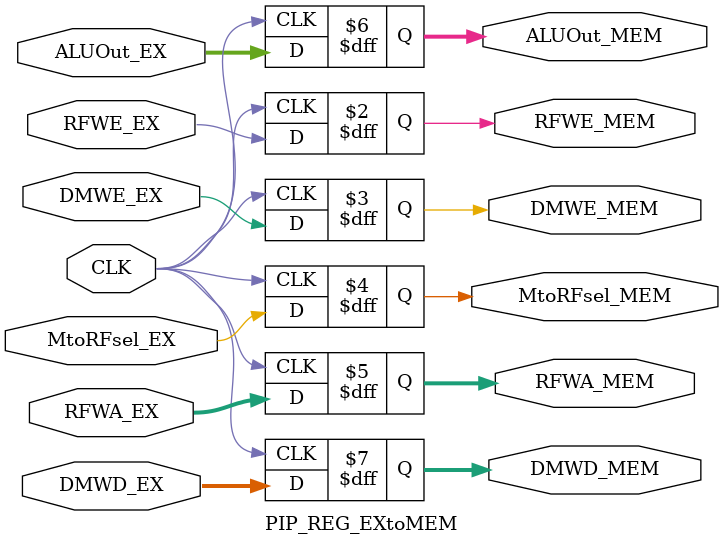
<source format=v>
`timescale 1ns / 1ps


//PIPELINE REGISTER: EXECUTE TO MEMORY
module PIP_REG_EXtoMEM #(parameter wid=32, RFdep=5)
(input CLK, RFWE_EX, DMWE_EX, MtoRFsel_EX,
    input[RFdep-1:0] RFWA_EX, input signed[wid-1:0] ALUOut_EX, DMWD_EX,
    output reg RFWE_MEM, DMWE_MEM, MtoRFsel_MEM,
    output reg[RFdep-1:0] RFWA_MEM, output reg signed[wid-1:0] ALUOut_MEM, DMWD_MEM);

    always @(posedge CLK) begin
        RFWE_MEM <= RFWE_EX;
        DMWE_MEM <= DMWE_EX;
        MtoRFsel_MEM <= MtoRFsel_EX;
        
        ALUOut_MEM <= ALUOut_EX;
        DMWD_MEM <= DMWD_EX;
        RFWA_MEM <= RFWA_EX;
    end
endmodule

</source>
